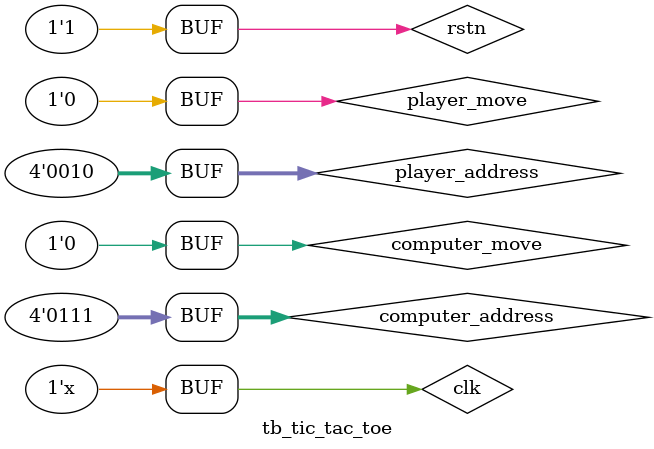
<source format=v>
`timescale 1ns/1ps

module tb_tic_tac_toe();

    reg             clk             ;   // clock
    reg             rstn            ;   // reset
    reg             player_move     ;   // player move
    reg             computer_move   ;   // computer move
    reg     [3:0]   player_address  ;   // player address
    reg     [3:0]   computer_address;   // computer address
    wire    [1:0]   led_0           ;   // output led_0
    wire    [1:0]   led_1           ;   // output led_1
    wire    [1:0]   led_2           ;   // output led_2
    wire    [1:0]   led_3           ;   // output led_3
    wire    [1:0]   led_4           ;   // output led_4
    wire    [1:0]   led_5           ;   // output led_5
    wire    [1:0]   led_6           ;   // output led_6
    wire    [1:0]   led_7           ;   // output led_7
    wire    [1:0]   led_8           ;   // output led_8
    wire            illegal_move    ;   // output illegal_move signal
    wire            tie             ;   // output tie signal   (平局)
    wire            win             ;   // output win signal
    wire    [1:0]   winner          ;   // output winner , PLAYER or COMPUTER


    tic_tac_toe uut(
                    .clk             (clk             ),
                    .rstn            (rstn            ),
                    .player_move     (player_move     ),
                    .computer_move   (computer_move   ),
                    .player_address  (player_address  ),
                    .computer_address(computer_address),

                    .led_0           (led_0           ),
                    .led_1           (led_1           ),
                    .led_2           (led_2           ),
                    .led_3           (led_3           ),
                    .led_4           (led_4           ),
                    .led_5           (led_5           ),
                    .led_6           (led_6           ),
                    .led_7           (led_7           ),
                    .led_8           (led_8           ),
                    .illegal_move    (illegal_move    ),
                    .tie             (tie             ),
                    .win             (win             ),
                    .winner          (winner          )
                );

    initial
    begin
        clk   = 1'b0;
        rstn  = 1'b0;
        player_address = 4'd0;
        player_move = 1'b0;
        computer_address = 4'd0;
        computer_move = 1'b0;
        #20;
        rstn  = 1'b1;
    end

    always #20 clk = ~clk;

    initial
    begin
        #100;
        tie_mode();
        #100;
        rstn  = 1'b0;
        #20;
        rstn  = 1'b1;
        player_win();


        // player  (4'd4);
        // computer(4'd3);
        // player  (4'd0);
        // computer(4'd8);
        // player  (4'd1);
        // computer(4'd7);
        // player  (4'd2);
        // // 此时玩家胜利

    end

    task player(
            input  [3:0]   address
        );
        begin
            #20;
            player_address = address;
            #20;
            player_move = 1'b1;
            #20;
            player_move = 1'b0;
            #20;

        end
    endtask

    task computer(
            input  [3:0]   address
        );
        begin
            #20;
            computer_address = address;
            #20;
            computer_move = 1'b1;
            #20;
            computer_move = 1'b0;
            #20;

        end
    endtask

    // 平局
    task tie_mode();
        begin
            computer(4'd0);
            player  (4'd1);
            player  (4'd2);
            player  (4'd3);
            computer(4'd4);
            computer(4'd5);
            player  (4'd6);
            computer(4'd7);
            player  (4'd8);
        end
    endtask

    // 玩家胜利
    task player_win();
        begin
            player  (4'd4);
            computer(4'd3);
            player  (4'd0);
            computer(4'd8);
            player  (4'd1);
            computer(4'd7);
            player  (4'd2);
        end
    endtask
endmodule

</source>
